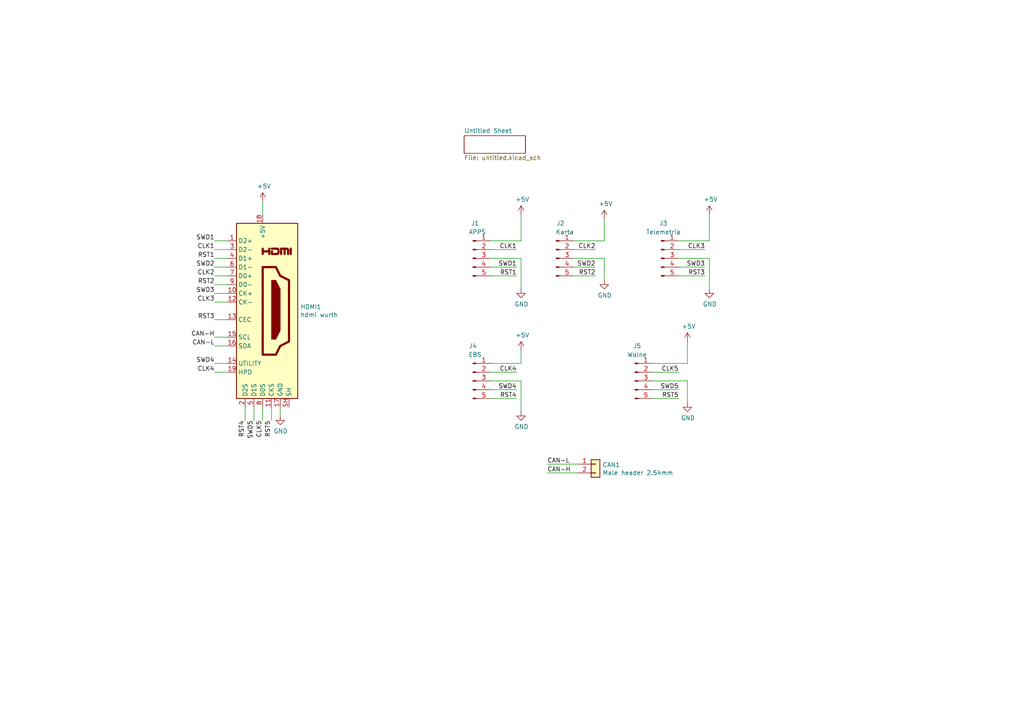
<source format=kicad_sch>
(kicad_sch (version 20211123) (generator eeschema)
  (paper "A4")
  (lib_symbols
    (symbol "Connector:Conn_01x05_Male" (pin_names (offset 1.016) hide)
      (property "Reference" "J" (at 0 7.62 0))
      (property "Value" "Conn_01x05_Male" (at 0 -7.62 0))
      (symbol "Conn_01x05_Male_1_1"
        (polyline (pts (xy 1.27 -5.08) (xy 0.8636 -5.08)) (stroke (width 0.1524)))
        (polyline (pts (xy 1.27 -2.54) (xy 0.8636 -2.54)) (stroke (width 0.1524)))
        (polyline (pts (xy 1.27 0) (xy 0.8636 0)) (stroke (width 0.1524)))
        (polyline (pts (xy 1.27 2.54) (xy 0.8636 2.54)) (stroke (width 0.1524)))
        (polyline (pts (xy 1.27 5.08) (xy 0.8636 5.08)) (stroke (width 0.1524)))
        (rectangle (start 0.8636 -4.953) (end 0 -5.207) (stroke (width 0.1524)) (fill (type outline)))
        (rectangle (start 0.8636 -2.413) (end 0 -2.667) (stroke (width 0.1524)) (fill (type outline)))
        (rectangle (start 0.8636 0.127) (end 0 -0.127) (stroke (width 0.1524)) (fill (type outline)))
        (rectangle (start 0.8636 2.667) (end 0 2.413) (stroke (width 0.1524)) (fill (type outline)))
        (rectangle (start 0.8636 5.207) (end 0 4.953) (stroke (width 0.1524)) (fill (type outline)))
        (pin passive line (at 5.08 5.08 180) (length 3.81) (name "Pin_1") (number "1"))
        (pin passive line (at 5.08 2.54 180) (length 3.81) (name "Pin_2") (number "2"))
        (pin passive line (at 5.08 0 180) (length 3.81) (name "Pin_3") (number "3"))
        (pin passive line (at 5.08 -2.54 180) (length 3.81) (name "Pin_4") (number "4"))
        (pin passive line (at 5.08 -5.08 180) (length 3.81) (name "Pin_5") (number "5"))
      )
    )
    (symbol "Connector:HDMI_A"
      (property "Reference" "J" (at -6.35 26.67 0))
      (property "Value" "HDMI_A" (at 10.16 26.67 0))
      (symbol "HDMI_A_0_0"
        (polyline (pts (xy 8.128 16.51) (xy 8.128 18.034)) (stroke (width 0.635)))
        (polyline (pts (xy 0 16.51) (xy 0 18.034) (xy 0 17.272) (xy 1.905 17.272) (xy 1.905 18.034) (xy 1.905 16.51)) (stroke (width 0.635)))
        (polyline (pts (xy 2.667 18.034) (xy 4.318 18.034) (xy 4.572 17.78) (xy 4.572 16.764) (xy 4.318 16.51) (xy 2.667 16.51) (xy 2.667 17.272)) (stroke (width 0.635)))
      )
      (symbol "HDMI_A_0_1"
        (rectangle (start -7.62 25.4) (end 10.16 -25.4) (stroke (width 0.254)) (fill (type background)))
        (polyline (pts (xy 2.54 8.89) (xy 3.81 8.89) (xy 5.08 6.35) (xy 5.08 -5.715) (xy 3.81 -8.255) (xy 2.54 -8.255) (xy 2.54 8.89)) (fill (type outline)))
        (polyline (pts (xy 5.334 16.51) (xy 5.334 18.034) (xy 6.35 18.034) (xy 6.35 16.51) (xy 6.35 18.034) (xy 7.112 18.034) (xy 7.366 17.78) (xy 7.366 16.51)) (stroke (width 0.635)))
        (polyline (pts (xy 0 12.7) (xy 0 -12.7) (xy 3.81 -12.7) (xy 5.08 -10.16) (xy 7.62 -8.89) (xy 7.62 8.89) (xy 5.08 10.16) (xy 3.81 12.7) (xy 0 12.7)) (stroke (width 0.635)))
      )
      (symbol "HDMI_A_1_1"
        (pin passive line (at -10.16 20.32 0) (length 2.54) (name "D2+") (number "1"))
        (pin passive line (at -10.16 5.08 0) (length 2.54) (name "CK+") (number "10"))
        (pin power_in line (at 2.54 -27.94 90) (length 2.54) (name "CKS") (number "11"))
        (pin passive line (at -10.16 2.54 0) (length 2.54) (name "CK-") (number "12"))
        (pin bidirectional line (at -10.16 -2.54 0) (length 2.54) (name "CEC") (number "13"))
        (pin passive line (at -10.16 -15.24 0) (length 2.54) (name "UTILITY") (number "14"))
        (pin passive line (at -10.16 -7.62 0) (length 2.54) (name "SCL") (number "15"))
        (pin bidirectional line (at -10.16 -10.16 0) (length 2.54) (name "SDA") (number "16"))
        (pin power_in line (at 5.08 -27.94 90) (length 2.54) (name "GND") (number "17"))
        (pin power_in line (at 0 27.94 270) (length 2.54) (name "+5V") (number "18"))
        (pin passive line (at -10.16 -17.78 0) (length 2.54) (name "HPD") (number "19"))
        (pin power_in line (at -5.08 -27.94 90) (length 2.54) (name "D2S") (number "2"))
        (pin passive line (at -10.16 17.78 0) (length 2.54) (name "D2-") (number "3"))
        (pin passive line (at -10.16 15.24 0) (length 2.54) (name "D1+") (number "4"))
        (pin power_in line (at -2.54 -27.94 90) (length 2.54) (name "D1S") (number "5"))
        (pin passive line (at -10.16 12.7 0) (length 2.54) (name "D1-") (number "6"))
        (pin passive line (at -10.16 10.16 0) (length 2.54) (name "D0+") (number "7"))
        (pin power_in line (at 0 -27.94 90) (length 2.54) (name "D0S") (number "8"))
        (pin passive line (at -10.16 7.62 0) (length 2.54) (name "D0-") (number "9"))
        (pin passive line (at 7.62 -27.94 90) (length 2.54) (name "SH") (number "SH"))
      )
    )
    (symbol "Connector_Generic:Conn_01x02" (pin_names (offset 1.016) hide)
      (property "Reference" "J" (at 0 2.54 0))
      (property "Value" "Conn_01x02" (at 0 -5.08 0))
      (symbol "Conn_01x02_1_1"
        (rectangle (start -1.27 -2.413) (end 0 -2.667) (stroke (width 0.1524)))
        (rectangle (start -1.27 0.127) (end 0 -0.127) (stroke (width 0.1524)))
        (rectangle (start -1.27 1.27) (end 1.27 -3.81) (stroke (width 0.254)) (fill (type background)))
        (pin passive line (at -5.08 0 0) (length 3.81) (name "Pin_1") (number "1"))
        (pin passive line (at -5.08 -2.54 0) (length 3.81) (name "Pin_2") (number "2"))
      )
    )
    (symbol "power:+5V" (power) (pin_names (offset 0))
      (property "Value" "+5V" (at 0 3.556 0))
      (symbol "+5V_0_1"
        (polyline (pts (xy -0.762 1.27) (xy 0 2.54)))
        (polyline (pts (xy 0 0) (xy 0 2.54)))
        (polyline (pts (xy 0 2.54) (xy 0.762 1.27)))
      )
      (symbol "+5V_1_1"
        (pin power_in line (at 0 0 90) (length 0) hide (name "+5V") (number "1"))
      )
    )
    (symbol "power:GND" (power) (pin_names (offset 0))
      (property "Value" "GND" (at 0 -3.81 0))
      (symbol "GND_0_1"
        (polyline (pts (xy 0 0) (xy 0 -1.27) (xy 1.27 -1.27) (xy 0 -2.54) (xy -1.27 -1.27) (xy 0 -1.27)))
      )
      (symbol "GND_1_1"
        (pin power_in line (at 0 0 270) (length 0) hide (name "GND") (number "1"))
      )
    )
  )
  (wire (pts (xy 175.26 63.5) (xy 175.26 69.85)))
  (wire (pts (xy 172.72 80.01) (xy 166.37 80.01)))
  (wire (pts (xy 62.23 105.41) (xy 66.04 105.41)))
  (wire (pts (xy 142.24 77.47) (xy 149.86 77.47)))
  (wire (pts (xy 189.23 110.49) (xy 199.39 110.49)))
  (wire (pts (xy 166.37 74.93) (xy 175.26 74.93)))
  (wire (pts (xy 151.13 83.82) (xy 151.13 74.93)))
  (wire (pts (xy 196.85 74.93) (xy 205.74 74.93)))
  (wire (pts (xy 149.86 80.01) (xy 142.24 80.01)))
  (wire (pts (xy 151.13 119.38) (xy 151.13 110.49)))
  (wire (pts (xy 62.23 72.39) (xy 66.04 72.39)))
  (wire (pts (xy 62.23 82.55) (xy 66.04 82.55)))
  (wire (pts (xy 73.66 121.92) (xy 73.66 118.11)))
  (wire (pts (xy 151.13 69.85) (xy 142.24 69.85)))
  (wire (pts (xy 158.75 134.62) (xy 167.64 134.62)))
  (wire (pts (xy 62.23 97.79) (xy 66.04 97.79)))
  (wire (pts (xy 76.2 121.92) (xy 76.2 118.11)))
  (wire (pts (xy 71.12 118.11) (xy 71.12 121.92)))
  (wire (pts (xy 151.13 105.41) (xy 142.24 105.41)))
  (wire (pts (xy 62.23 92.71) (xy 66.04 92.71)))
  (wire (pts (xy 151.13 62.23) (xy 151.13 69.85)))
  (wire (pts (xy 196.85 115.57) (xy 189.23 115.57)))
  (wire (pts (xy 205.74 69.85) (xy 196.85 69.85)))
  (wire (pts (xy 66.04 74.93) (xy 62.23 74.93)))
  (wire (pts (xy 166.37 72.39) (xy 172.72 72.39)))
  (wire (pts (xy 196.85 113.03) (xy 189.23 113.03)))
  (wire (pts (xy 62.23 107.95) (xy 66.04 107.95)))
  (wire (pts (xy 204.47 80.01) (xy 196.85 80.01)))
  (wire (pts (xy 66.04 100.33) (xy 62.23 100.33)))
  (wire (pts (xy 205.74 83.82) (xy 205.74 74.93)))
  (wire (pts (xy 142.24 110.49) (xy 151.13 110.49)))
  (wire (pts (xy 62.23 80.01) (xy 66.04 80.01)))
  (wire (pts (xy 149.86 115.57) (xy 142.24 115.57)))
  (wire (pts (xy 196.85 72.39) (xy 204.47 72.39)))
  (wire (pts (xy 62.23 87.63) (xy 66.04 87.63)))
  (wire (pts (xy 158.75 137.16) (xy 167.64 137.16)))
  (wire (pts (xy 149.86 113.03) (xy 142.24 113.03)))
  (wire (pts (xy 175.26 81.28) (xy 175.26 74.93)))
  (wire (pts (xy 205.74 62.23) (xy 205.74 69.85)))
  (wire (pts (xy 62.23 85.09) (xy 66.04 85.09)))
  (wire (pts (xy 142.24 72.39) (xy 149.86 72.39)))
  (wire (pts (xy 166.37 69.85) (xy 175.26 69.85)))
  (wire (pts (xy 78.74 121.92) (xy 78.74 118.11)))
  (wire (pts (xy 151.13 101.6) (xy 151.13 105.41)))
  (wire (pts (xy 189.23 107.95) (xy 196.85 107.95)))
  (wire (pts (xy 81.28 118.11) (xy 81.28 120.65)))
  (wire (pts (xy 199.39 116.84) (xy 199.39 110.49)))
  (wire (pts (xy 166.37 77.47) (xy 172.72 77.47)))
  (wire (pts (xy 142.24 74.93) (xy 151.13 74.93)))
  (wire (pts (xy 204.47 77.47) (xy 196.85 77.47)))
  (wire (pts (xy 76.2 58.42) (xy 76.2 62.23)))
  (wire (pts (xy 66.04 69.85) (xy 62.23 69.85)))
  (wire (pts (xy 62.23 77.47) (xy 66.04 77.47)))
  (wire (pts (xy 199.39 99.06) (xy 199.39 105.41)))
  (wire (pts (xy 142.24 107.95) (xy 149.86 107.95)))
  (wire (pts (xy 189.23 105.41) (xy 199.39 105.41)))
  (label "CLK1" (at 62.23 72.39 180))
  (label "CLK3" (at 204.47 72.39 180))
  (label "RST3" (at 204.47 80.01 180))
  (label "RST1" (at 149.86 80.01 180))
  (label "CLK3" (at 62.23 87.63 180))
  (label "CLK4" (at 62.23 107.95 180))
  (label "SWD3" (at 62.23 85.09 180))
  (label "CLK4" (at 149.86 107.95 180))
  (label "RST5" (at 78.74 121.92 270))
  (label "RST2" (at 172.72 80.01 180))
  (label "SWD5" (at 73.66 121.92 270))
  (label "RST1" (at 62.23 74.93 180))
  (label "CLK5" (at 196.85 107.95 180))
  (label "RST4" (at 149.86 115.57 180))
  (label "SWD2" (at 62.23 77.47 180))
  (label "SWD4" (at 149.86 113.03 180))
  (label "CAN-L" (at 158.75 134.62 0))
  (label "SWD5" (at 196.85 113.03 180))
  (label "RST3" (at 62.23 92.71 180))
  (label "RST5" (at 196.85 115.57 180))
  (label "RST2" (at 62.23 82.55 180))
  (label "SWD3" (at 204.47 77.47 180))
  (label "SWD1" (at 62.23 69.85 180))
  (label "CLK2" (at 172.72 72.39 180))
  (label "CLK5" (at 76.2 121.92 270))
  (label "RST4" (at 71.12 121.92 270))
  (label "CLK2" (at 62.23 80.01 180))
  (label "CAN-H" (at 62.23 97.79 180))
  (label "SWD4" (at 62.23 105.41 180))
  (label "CLK1" (at 149.86 72.39 180))
  (label "CAN-L" (at 62.23 100.33 180))
  (label "CAN-H" (at 158.75 137.16 0))
  (label "SWD2" (at 172.72 77.47 180))
  (label "SWD1" (at 149.86 77.47 180))
  (symbol (lib_id "Connector:HDMI_A") (at 76.2 90.17 0) (unit 1)
    (property "Reference" "HDMI1" (at 87.122 89.0016 0) (effects (justify left)))
    (property "Value" "hdmi wurth" (at 87.122 91.313 0) (effects (justify left)))
    (property "Footprint" "footprints:685119134923" (effects hide))
    (property "Datasheet" "https://en.wikipedia.org/wiki/HDMI" (effects hide))
  )
  (symbol (lib_id "Connector:Conn_01x05_Male") (at 184.15 110.49 0) (unit 1)
    (property "Reference" "J5" (at 184.785 100.33 0))
    (property "Value" "Wolne" (at 184.785 102.87 0))
    (property "Footprint" "Connector_PinHeader_2.54mm:PinHeader_1x05_P2.54mm_Vertical" (effects hide))
  )
  (symbol (lib_id "Connector:Conn_01x05_Male") (at 137.16 110.49 0) (unit 1)
    (property "Reference" "J4" (at 137.16 100.33 0))
    (property "Value" "EBS" (at 137.795 102.87 0))
    (property "Footprint" "Connector_PinHeader_2.54mm:PinHeader_1x05_P2.54mm_Vertical" (effects hide))
  )
  (symbol (lib_id "Connector_Generic:Conn_01x02") (at 172.72 134.62 0) (unit 1)
    (property "Reference" "CAN1" (at 174.752 134.8232 0) (effects (justify left)))
    (property "Value" "Male header 2.54mm" (at 174.752 137.1346 0) (effects (justify left)))
    (property "Footprint" "Connector_PinHeader_2.54mm:PinHeader_1x02_P2.54mm_Vertical" (effects hide))
  )
  (symbol (lib_id "Connector:Conn_01x05_Male") (at 161.29 74.93 0) (unit 1)
    (property "Reference" "J2" (at 162.56 64.77 0))
    (property "Value" "Karta" (at 163.83 67.31 0))
    (property "Footprint" "Connector_PinHeader_2.54mm:PinHeader_1x05_P2.54mm_Vertical" (effects hide))
  )
  (symbol (lib_id "Connector:Conn_01x05_Male") (at 191.77 74.93 0) (unit 1)
    (property "Reference" "J3" (at 192.405 64.77 0))
    (property "Value" "Telemetria" (at 192.405 67.31 0))
    (property "Footprint" "Connector_PinHeader_2.54mm:PinHeader_1x05_P2.54mm_Vertical" (effects hide))
  )
  (symbol (lib_id "power:+5V") (at 199.39 99.06 0) (unit 1)
    (property "Reference" "#PWR0109" (effects hide))
    (property "Value" "+5V" (at 199.771 94.6658 0))
  )
  (symbol (lib_id "power:+5V") (at 205.74 62.23 0) (unit 1)
    (property "Reference" "#PWR0101" (effects hide))
    (property "Value" "+5V" (at 206.121 57.8358 0))
  )
  (symbol (lib_id "power:GND") (at 175.26 81.28 0) (unit 1)
    (property "Reference" "#PWR0102" (effects hide))
    (property "Value" "GND" (at 175.387 85.6742 0))
  )
  (symbol (lib_id "power:GND") (at 199.39 116.84 0) (unit 1)
    (property "Reference" "#PWR0108" (effects hide))
    (property "Value" "GND" (at 199.517 121.2342 0))
  )
  (symbol (lib_id "power:+5V") (at 151.13 62.23 0) (unit 1)
    (property "Reference" "#PWR0104" (effects hide))
    (property "Value" "+5V" (at 151.511 57.8358 0))
  )
  (symbol (lib_id "power:GND") (at 151.13 83.82 0) (unit 1)
    (property "Reference" "#PWR0111" (effects hide))
    (property "Value" "GND" (at 151.257 88.2142 0))
  )
  (symbol (lib_id "power:GND") (at 151.13 119.38 0) (unit 1)
    (property "Reference" "#PWR0110" (effects hide))
    (property "Value" "GND" (at 151.257 123.7742 0))
  )
  (symbol (lib_id "power:+5V") (at 175.26 63.5 0) (unit 1)
    (property "Reference" "#PWR0105" (effects hide))
    (property "Value" "+5V" (at 175.641 59.1058 0))
  )
  (symbol (lib_id "power:+5V") (at 151.13 101.6 0) (unit 1)
    (property "Reference" "#PWR0112" (effects hide))
    (property "Value" "+5V" (at 151.511 97.2058 0))
  )
  (symbol (lib_id "Connector:Conn_01x05_Male") (at 137.16 74.93 0) (unit 1)
    (property "Reference" "J1" (at 137.795 64.77 0))
    (property "Value" "APPS" (at 138.43 67.31 0))
    (property "Footprint" "Connector_PinHeader_2.54mm:PinHeader_1x05_P2.54mm_Vertical" (effects hide))
  )
  (symbol (lib_id "power:+5V") (at 76.2 58.42 0) (unit 1)
    (property "Reference" "#PWR0106" (effects hide))
    (property "Value" "+5V" (at 76.581 54.0258 0))
  )
  (symbol (lib_id "power:GND") (at 81.28 120.65 0) (unit 1)
    (property "Reference" "#PWR0107" (effects hide))
    (property "Value" "GND" (at 81.407 125.0442 0))
  )
  (symbol (lib_id "power:GND") (at 205.74 83.82 0) (unit 1)
    (property "Reference" "#PWR0103" (effects hide))
    (property "Value" "GND" (at 205.867 88.2142 0))
  )
  (sheet (at 134.62 39.37) (size 17.78 5.08) (stroke (width 0.1524))
    (property "Sheet name" "Untitled Sheet" (at 134.62 38.6584 0) (effects (justify left bottom)))
    (property "Sheet file" "untitled.kicad_sch" (at 134.62 45.0346 0) (effects (justify left top)))
  )
)
</source>
